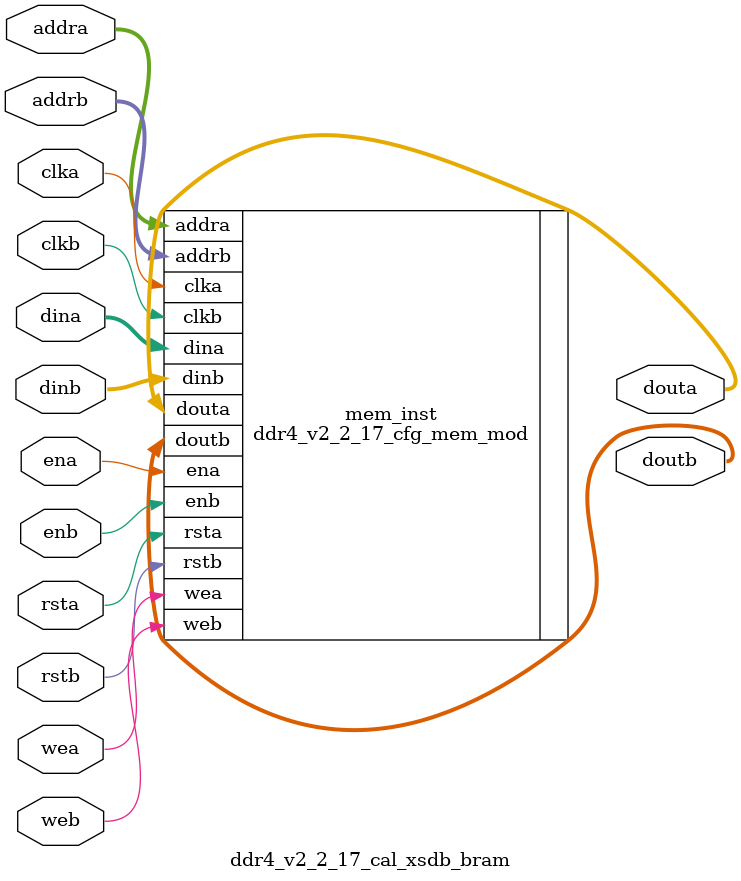
<source format=sv>
/******************************************************************************
// (c) Copyright 2013 - 2014 Xilinx, Inc. All rights reserved.
//
// This file contains confidential and proprietary information
// of Xilinx, Inc. and is protected under U.S. and
// international copyright and other intellectual property
// laws.
//
// DISCLAIMER
// This disclaimer is not a license and does not grant any
// rights to the materials distributed herewith. Except as
// otherwise provided in a valid license issued to you by
// Xilinx, and to the maximum extent permitted by applicable
// law: (1) THESE MATERIALS ARE MADE AVAILABLE "AS IS" AND
// WITH ALL FAULTS, AND XILINX HEREBY DISCLAIMS ALL WARRANTIES
// AND CONDITIONS, EXPRESS, IMPLIED, OR STATUTORY, INCLUDING
// BUT NOT LIMITED TO WARRANTIES OF MERCHANTABILITY, NON-
// INFRINGEMENT, OR FITNESS FOR ANY PARTICULAR PURPOSE; and
// (2) Xilinx shall not be liable (whether in contract or tort,
// including negligence, or under any other theory of
// liability) for any loss or damage of any kind or nature
// related to, arising under or in connection with these
// materials, including for any direct, or any indirect,
// special, incidental, or consequential loss or damage
// (including loss of data, profits, goodwill, or any type of
// loss or damage suffered as a result of any action brought
// by a third party) even if such damage or loss was
// reasonably foreseeable or Xilinx had been advised of the
// possibility of the same.
//
// CRITICAL APPLICATIONS
// Xilinx products are not designed or intended to be fail-
// safe, or for use in any application requiring fail-safe
// performance, such as life-support or safety devices or
// systems, Class III medical devices, nuclear facilities,
// applications related to the deployment of airbags, or any
// other applications that could lead to death, personal
// injury, or severe property or environmental damage
// (individually and collectively, "Critical
// Applications"). Customer assumes the sole risk and
// liability of any use of Xilinx products in Critical
// Applications, subject only to applicable laws and
// regulations governing limitations on product liability.
//
// THIS COPYRIGHT NOTICE AND DISCLAIMER MUST BE RETAINED AS
// PART OF THIS FILE AT ALL TIMES.
******************************************************************************/
//   ____  ____
//  /   /\/   /
// /___/  \  /    Vendor             : Xilinx
// \   \   \/     Version            : 2.0
//  \   \         Application        : MIG
//  /   /         Filename           : ddr4_v2_2_17_cal_xsdb_bram.sv
// /___/   /\     Date Last Modified : $Date: 2015/04/23 $
// \   \  /  \    Date Created       : Tue May 13 2014
//  \___\/\___\
//
// Device           : UltraScale
// Design Name      : DDR4 SDRAM & DDR3 SDRAM
// Purpose          :
//                   ddr4_v2_2_17_cal_xsdb_bram module
// Reference        :
// Revision History :
//*****************************************************************************
`timescale 1ns / 1ps

(* bram_map="yes" *)

module ddr4_v2_2_17_cal_xsdb_bram
    #(	
    
		parameter       	  MEM                        	  =  "DDR4"
		,parameter       	  DBYTES                     	  =  8 //4
		,parameter            START_ADDRESS                   =  18
		,parameter  		  SPREAD_SHEET_VERSION            =  2
		,parameter            RTL_VERSION                     =  0
		,parameter            MEM_CODE                        =  0
		,parameter  		  MEMORY_TYPE                     =  (MEM == "DDR4") ? 2 : 1
		,parameter            MEMORY_CONFIGURATION            =  1
		,parameter            MEMORY_VOLTAGE                  =  1
        ,parameter            CLKFBOUT_MULT_PLL               =  4
        ,parameter            DIVCLK_DIVIDE_PLL               =  1
        ,parameter            CLKOUT0_DIVIDE_PLL              =  1
        ,parameter            CLKFBOUT_MULT_MMCM              =  4
        ,parameter            DIVCLK_DIVIDE_MMCM              =  1
        ,parameter            CLKOUT0_DIVIDE_MMCM             =  4
		,parameter  		  DQBITS	                      =  64
		,parameter			  NIBBLE                          =  DQBITS/4
		,parameter  		  BITS_PER_BYTE                   =  8 //DQBITS/DBYTES
		,parameter  		  SLOTS                   =  1
		,parameter  		  ABITS                           =  10
		,parameter  		  BABITS                          =  2
		,parameter       	  BGBITS              	          =  2
		,parameter       	  CKEBITS                  		  =  4
		,parameter       	  CSBITS             	          =  4
		,parameter       	  ODTBITS                    	  =  4
		,parameter       	  DRAM_WIDTH                 	  =  8      // # of DQ per DQS
		,parameter       	  RANKS                      	  =  4 // 1      //1, 2, 3, or 4
		,parameter            S_HEIGHT                        =  1
		,parameter       	  nCK_PER_CLK                	  =  1      // # of memory CKs per fabric CLK
        ,parameter            tCK                             =  2000		
		,parameter       	  DM_DBI_SETTING             	  =  7     //// 3bits requried all 7
		,parameter            BISC_EN                         =  0
		,parameter       	  USE_CS_PORT             	      =  1     //// 1 bit
		,parameter            EXTRA_CMD_DELAY                 =  0     //// 1 bit
		,parameter            REG_CTRL_ON                     =  0     // RDIMM register control
		,parameter            CA_MIRROR                       =  0     //// 1 bit
		,parameter       	  DQS_GATE                   	  =  7
		,parameter       	  WRLVL                      	  =  7
		,parameter       	  RDLVL                      	  =  7
		,parameter       	  RDLVL_DBI                       =  7
		,parameter       	  WR_DQS_DQ                  	  =  7
		,parameter       	  WR_DQS_DM_DBI                   =  7
		,parameter            WRITE_LAT                       =  7
		,parameter       	  RDLVL_COMPLEX                   =  3     ///2 bits required all 3
		,parameter       	  WR_DQS_COMPLEX                  =  3     ///2 bits required all 3
		,parameter       	  DQS_TRACKING               	  =  3
		,parameter       	  RD_VREF                    	  =  3
		,parameter       	  RD_VREF_PATTERN                 =  3
		,parameter       	  WR_VREF                    	  =  3
		,parameter       	  WR_VREF_PATTERN                 =  3
		,parameter       	  DQS_SAMPLE_CNT             	  =  127
		,parameter       	  WRLVL_SAMPLE_CNT           	  =  255
		,parameter       	  RDLVL_SAMPLE_CNT           	  =  127
		,parameter       	  COMPLEX_LOOP_CNT           	  =  255
		,parameter       	  IODELAY_QTR_CK_TAP_CNT     	  =  255
		,parameter       	  DEBUG_MESSAGES     	          =  0
		,parameter         	  MR0                     		  =  13'b0000000110000
		,parameter         	  MR1                     		  =  13'b0000100000001 //RTT_NOM=RZQ/4 (60 Ohm)
		,parameter         	  MR2                     		  =  13'b0000000011000
		,parameter         	  MR3                     		  =  13'b0000000000000
		,parameter         	  MR4                     		  =  13'b0000000000000
		,parameter         	  MR5                     		  =  13'b0010000000000
		,parameter         	  MR6                     		  =  13'b0100000000000
		,parameter            ODTWR                           = 16'h0000
		,parameter            ODTRD                           = 16'h0000
		,parameter            SLOT0_CONFIG                    = 0     // all 9 bits
		,parameter            SLOT1_CONFIG                    = 0     // all 9 bits
		,parameter            SLOT0_FUNC_CS                   = 0     // all 9 bits
		,parameter            SLOT1_FUNC_CS                   = 0     // all 9 bits
		,parameter            SLOT0_ODD_CS                    = 0     // all 9 bits
		,parameter            SLOT1_ODD_CS                    = 0     // all 9 bits
		,parameter            DDR4_REG_RC03                   = 0     // all 9 bits
		,parameter            DDR4_REG_RC04                   = 0     // all 9 bits
		,parameter            DDR4_REG_RC05                   = 0     // all 9 bits
		,parameter            DDR4_REG_RC3X                   = 0     // all 9 bits
		
		,parameter         	  MR0_0                   		  =  MR0[8:0]
		,parameter         	  MR0_1                   		  =  {5'b0,MR0[12:9]}
		,parameter         	  MR1_0                   		  =  MR1[8:0]
		,parameter         	  MR1_1                   		  =  {5'b0,MR1[12:9]}
		,parameter         	  MR2_0                   	 	  =  MR2[8:0]
		,parameter         	  MR2_1                   		  =  {5'b0,MR2[12:9]}
		,parameter         	  MR3_0                   		  =  MR3[8:0]
		,parameter         	  MR3_1                   		  =  {5'b0,MR3[12:9]}
		,parameter         	  MR4_0                   		  =  MR4[8:0]
		,parameter         	  MR4_1                   		  =  {5'b0,MR4[12:9]}
		,parameter         	  MR5_0                   		  =  MR5[8:0]
		,parameter         	  MR5_1                   		  =  {5'b0,MR5[12:9]}
		,parameter         	  MR6_0                   		  =  MR6[8:0]
		,parameter         	  MR6_1                   		  =  {5'b0,MR6[12:9]}
  
       ,parameter NUM_BRAMS    = 1
	   ,parameter SIZE         = 36 * 1024 * NUM_BRAMS
    // Specify INITs as 9 bit blocks (256 locations per blockRAM)
       ,parameter ADDR_WIDTH   = 16
	   ,parameter DATA_WIDTH   = 9
       ,parameter PIPELINE_REG = 1 
    )
  (
	
		clka,
		clkb,
		ena,
		enb,
		addra,
		addrb,
		dina,
		dinb,
		douta,
		doutb,
		wea,
		web,
		rsta,
		rstb
);
input clka;
input clkb;
input ena;
input enb;
input [ADDR_WIDTH-1:0]addra;
input [ADDR_WIDTH-1:0]addrb;
input [DATA_WIDTH-1:0]dina;
input [DATA_WIDTH-1:0]dinb;
input wea;
input web;
input rsta;
input rstb;
output reg [DATA_WIDTH-1:0]douta;
output reg [DATA_WIDTH-1:0]doutb;


// Initial values to the BlockRam 0
localparam [8:0] mem0_init_0 = {4'b0,START_ADDRESS[4:0]};
localparam [8:0] mem0_init_1 = 9'b0;
localparam [8:0] mem0_init_2 = 9'b0;
localparam [8:0] mem0_init_3 = {5'b0,SPREAD_SHEET_VERSION[3:0]};
localparam [8:0] mem0_init_4 = {6'b0,MEMORY_TYPE[2:0]};
localparam [8:0] mem0_init_5 = RANKS;
localparam [8:0] mem0_init_6 = DBYTES[8:0]; // MAN - repeats DBYTES parameter (may hardwire to BYTES for initial SW compatability)
localparam [8:0] mem0_init_7 = NIBBLE[8:0];
localparam [8:0] mem0_init_8 = BITS_PER_BYTE[8:0];
localparam [8:0] mem0_init_9 = 9'b1;
localparam [8:0] mem0_init_10 = 9'b1;
localparam [8:0] mem0_init_11 = 9'b1;
localparam [8:0] mem0_init_12 = SLOTS;
localparam [8:0] mem0_init_13 = 9'b0;
localparam [8:0] mem0_init_14 = 9'b0;
localparam [8:0] mem0_init_15 = 9'b0;
localparam [8:0] mem0_init_16 = 9'b0;
localparam [8:0] mem0_init_17 = 9'b0;
localparam [8:0] mem0_init_18 = RTL_VERSION[8:0];
localparam [8:0] mem0_init_19 = 9'b0;
localparam [8:0] mem0_init_20 = NUM_BRAMS[8:0];
localparam [8:0] mem0_init_21 = {BGBITS[1:0],BABITS[1:0],ABITS[4:0]};
localparam [8:0] mem0_init_22 = {ODTBITS[2:0],CSBITS[2:0],CKEBITS[2:0]};
localparam [8:0] mem0_init_23 = DBYTES[8:0];
localparam [8:0] mem0_init_24 = DRAM_WIDTH[8:0];
localparam [8:0] mem0_init_25 = {CA_MIRROR[0],REG_CTRL_ON[0],EXTRA_CMD_DELAY[0],USE_CS_PORT[0],BISC_EN[0],DM_DBI_SETTING[2:0],nCK_PER_CLK[0]};
localparam [8:0] mem0_init_26 = {RDLVL[2:0],WRLVL[2:0],DQS_GATE[2:0]};
localparam [8:0] mem0_init_27 = {WR_DQS_DM_DBI[2:0],WR_DQS_DQ[2:0],RDLVL_DBI[2:0]};
localparam [8:0] mem0_init_28 = {WR_DQS_COMPLEX[2:0],RDLVL_COMPLEX[2:0],WRITE_LAT[2:0]};
localparam [8:0] mem0_init_29 = {DEBUG_MESSAGES[0],RD_VREF_PATTERN[1:0],WR_VREF_PATTERN[1:0],RD_VREF[1:0],WR_VREF[1:0]};
localparam [8:0] mem0_init_30 = {7'b0,DQS_TRACKING[1:0]};
localparam [8:0] mem0_init_31 = DQS_SAMPLE_CNT[8:0];
localparam [8:0] mem0_init_32 = WRLVL_SAMPLE_CNT[8:0];
localparam [8:0] mem0_init_33 = RDLVL_SAMPLE_CNT[8:0];
localparam [8:0] mem0_init_34 = COMPLEX_LOOP_CNT[8:0];
localparam [8:0] mem0_init_35 = IODELAY_QTR_CK_TAP_CNT[8:0];
localparam [8:0] mem0_init_36 = {5'b0,S_HEIGHT[3:0]};
localparam [8:0] mem0_init_37 = 9'b0;
localparam [8:0] mem0_init_38 = 9'b0;
localparam [8:0] mem0_init_39 = 9'b0;
localparam [8:0] mem0_init_40 = {1'b0, ODTWR[7:0]};
localparam [8:0] mem0_init_41 = {1'b0, ODTWR[15:8]};
localparam [8:0] mem0_init_42 = {1'b0, ODTRD[7:0]};
localparam [8:0] mem0_init_43 = {1'b0, ODTRD[15:8]};
localparam [8:0] mem0_init_44 = SLOT0_CONFIG;
localparam [8:0] mem0_init_45 = SLOT1_CONFIG;
localparam [8:0] mem0_init_46 = SLOT0_FUNC_CS;
localparam [8:0] mem0_init_47 = SLOT1_FUNC_CS;
localparam [8:0] mem0_init_48 = SLOT0_ODD_CS;
localparam [8:0] mem0_init_49 = SLOT1_ODD_CS;
localparam [8:0] mem0_init_50 = DDR4_REG_RC03;
localparam [8:0] mem0_init_51 = DDR4_REG_RC04;
localparam [8:0] mem0_init_52 = DDR4_REG_RC05;
localparam [8:0] mem0_init_53 = DDR4_REG_RC3X;
localparam [8:0] mem0_init_54 = MR0_0[8:0];
localparam [8:0] mem0_init_55 = MR0_1[8:0];
localparam [8:0] mem0_init_56 = MR1_0[8:0];
localparam [8:0] mem0_init_57 = MR1_1[8:0];
localparam [8:0] mem0_init_58 = MR2_0[8:0];
localparam [8:0] mem0_init_59 = MR2_1[8:0];
localparam [8:0] mem0_init_60 = MR3_0[8:0];
localparam [8:0] mem0_init_61 = MR3_1[8:0];
localparam [8:0] mem0_init_62 = MR4_0[8:0];
localparam [8:0] mem0_init_63 = MR4_1[8:0];
localparam [8:0] mem0_init_64 = MR5_0[8:0];
localparam [8:0] mem0_init_65 = MR5_1[8:0];
localparam [8:0] mem0_init_66 = MR6_0[8:0];
localparam [8:0] mem0_init_67 = MR6_1[8:0];
localparam [8:0] mem0_init_68 = 9'b0;
localparam [8:0] mem0_init_69 = tCK[8:0];
localparam [8:0] mem0_init_70 = tCK[16:9];
localparam [8:0] mem0_init_71 = MEMORY_CONFIGURATION[8:0];
localparam [8:0] mem0_init_72 = MEMORY_VOLTAGE[8:0];
localparam [8:0] mem0_init_73 = CLKFBOUT_MULT_PLL[8:0];
localparam [8:0] mem0_init_74 = DIVCLK_DIVIDE_PLL[8:0];
localparam [8:0] mem0_init_75 = CLKFBOUT_MULT_MMCM[8:0];
localparam [8:0] mem0_init_76 = DIVCLK_DIVIDE_MMCM[8:0];
localparam [8:0] mem0_init_77 = 9'b0;
localparam [8:0] mem0_init_78 = 9'b0;
localparam [8:0] mem0_init_79 = 9'b0;
localparam [8:0] mem0_init_80 = 9'b0;
localparam [8:0] mem0_init_81 = 9'b0;
localparam [8:0] mem0_init_82 = 9'b0;
localparam [8:0] mem0_init_83 = 9'b0;
localparam [8:0] mem0_init_84 = 9'b0;
localparam [8:0] mem0_init_85 = 9'b0;
localparam [8:0] mem0_init_86 = 9'b0;
localparam [8:0] mem0_init_87 = 9'b0;
localparam [8:0] mem0_init_88 = 9'b0;
localparam [8:0] mem0_init_89 = 9'b0;
localparam [8:0] mem0_init_90 = 9'b0;
localparam [8:0] mem0_init_91 = 9'b0;
localparam [8:0] mem0_init_92 = 9'b0;
localparam [8:0] mem0_init_93 = 9'b0;
localparam [8:0] mem0_init_94 = 9'b0;
localparam [8:0] mem0_init_95 = 9'b0;
localparam [8:0] mem0_init_96 = 9'b0;
localparam [8:0] mem0_init_97 = 9'b0;
localparam [8:0] mem0_init_98 = 9'b0;
localparam [8:0] mem0_init_99 = 9'b0;
localparam [8:0] mem0_init_100 = 9'b0;
localparam [8:0] mem0_init_101 = 9'b0;
localparam [8:0] mem0_init_102 = 9'b0;
localparam [8:0] mem0_init_103 = 9'b0;
localparam [8:0] mem0_init_104 = 9'b0;
localparam [8:0] mem0_init_105 = 9'b0;
localparam [8:0] mem0_init_106 = 9'b0;
localparam [8:0] mem0_init_107 = 9'b0;
localparam [8:0] mem0_init_108 = 9'b0;
localparam [8:0] mem0_init_109 = 9'b0;
localparam [8:0] mem0_init_110 = 9'b0;
localparam [8:0] mem0_init_111 = 9'b0;
localparam [8:0] mem0_init_112 = 9'b0;
localparam [8:0] mem0_init_113 = 9'b0;
localparam [8:0] mem0_init_114 = 9'b0;
localparam [8:0] mem0_init_115 = 9'b0;
localparam [8:0] mem0_init_116 = 9'b0;
localparam [8:0] mem0_init_117 = 9'b0;
localparam [8:0] mem0_init_118 = 9'b0;
localparam [8:0] mem0_init_119 = 9'b0;
localparam [8:0] mem0_init_120 = 9'b0;
localparam [8:0] mem0_init_121 = 9'b0;
localparam [8:0] mem0_init_122 = 9'b0;
localparam [8:0] mem0_init_123 = 9'b0;
localparam [8:0] mem0_init_124 = 9'b0;
localparam [8:0] mem0_init_125 = 9'b0;
localparam [8:0] mem0_init_126 = 9'b0;
localparam [8:0] mem0_init_127 = 9'b0;
localparam [8:0] mem0_init_128 = 9'b0;
localparam [8:0] mem0_init_129 = 9'b0;
localparam [8:0] mem0_init_130 = 9'b0;
localparam [8:0] mem0_init_131 = 9'b0;
localparam [8:0] mem0_init_132 = 9'b0;
localparam [8:0] mem0_init_133 = 9'b0;
localparam [8:0] mem0_init_134 = 9'b0;
localparam [8:0] mem0_init_135 = 9'b0;
localparam [8:0] mem0_init_136 = 9'b0;
localparam [8:0] mem0_init_137 = 9'b0;
localparam [8:0] mem0_init_138 = 9'b0;
localparam [8:0] mem0_init_139 = 9'b0;
localparam [8:0] mem0_init_140 = 9'b0;
localparam [8:0] mem0_init_141 = 9'b0;
localparam [8:0] mem0_init_142 = 9'b0;
localparam [8:0] mem0_init_143 = 9'b0;
localparam [8:0] mem0_init_144 = 9'b0;
localparam [8:0] mem0_init_145 = 9'b0;
localparam [8:0] mem0_init_146 = 9'b0;
localparam [8:0] mem0_init_147 = 9'b0;
localparam [8:0] mem0_init_148 = 9'b0;
localparam [8:0] mem0_init_149 = 9'b0;
localparam [8:0] mem0_init_150 = 9'b0;
localparam [8:0] mem0_init_151 = 9'b0;
localparam [8:0] mem0_init_152 = 9'b0;
localparam [8:0] mem0_init_153 = 9'b0;
localparam [8:0] mem0_init_154 = 9'b0;
localparam [8:0] mem0_init_155 = 9'b0;
localparam [8:0] mem0_init_156 = 9'b0;
localparam [8:0] mem0_init_157 = 9'b0;
localparam [8:0] mem0_init_158 = 9'b0;
localparam [8:0] mem0_init_159 = 9'b0;
localparam [8:0] mem0_init_160 = 9'b0;
localparam [8:0] mem0_init_161 = 9'b0;
localparam [8:0] mem0_init_162 = 9'b0;
localparam [8:0] mem0_init_163 = 9'b0;
localparam [8:0] mem0_init_164 = 9'b0;
localparam [8:0] mem0_init_165 = 9'b0;
localparam [8:0] mem0_init_166 = 9'b0;
localparam [8:0] mem0_init_167 = 9'b0;
localparam [8:0] mem0_init_168 = 9'b0;
localparam [8:0] mem0_init_169 = 9'b0;
localparam [8:0] mem0_init_170 = 9'b0;
localparam [8:0] mem0_init_171 = 9'b0;
localparam [8:0] mem0_init_172 = 9'b0;
localparam [8:0] mem0_init_173 = 9'b0;
localparam [8:0] mem0_init_174 = 9'b0;
localparam [8:0] mem0_init_175 = 9'b0;
localparam [8:0] mem0_init_176 = 9'b0;
localparam [8:0] mem0_init_177 = 9'b0;
localparam [8:0] mem0_init_178 = 9'b0;
localparam [8:0] mem0_init_179 = 9'b0;
localparam [8:0] mem0_init_180 = 9'b0;
localparam [8:0] mem0_init_181 = 9'b0;
localparam [8:0] mem0_init_182 = 9'b0;
localparam [8:0] mem0_init_183 = 9'b0;
localparam [8:0] mem0_init_184 = 9'b0;
localparam [8:0] mem0_init_185 = 9'b0;
localparam [8:0] mem0_init_186 = 9'b0;
localparam [8:0] mem0_init_187 = 9'b0;
localparam [8:0] mem0_init_188 = 9'b0;
localparam [8:0] mem0_init_189 = 9'b0;
localparam [8:0] mem0_init_190 = 9'b0;
localparam [8:0] mem0_init_191 = 9'b0;
localparam [8:0] mem0_init_192 = 9'b0;
localparam [8:0] mem0_init_193 = 9'b0;
localparam [8:0] mem0_init_194 = 9'b0;
localparam [8:0] mem0_init_195 = 9'b0;
localparam [8:0] mem0_init_196 = 9'b0;
localparam [8:0] mem0_init_197 = 9'b0;
localparam [8:0] mem0_init_198 = 9'b0;
localparam [8:0] mem0_init_199 = 9'b0;
localparam [8:0] mem0_init_200 = 9'b0;
localparam [8:0] mem0_init_201 = 9'b0;
localparam [8:0] mem0_init_202 = 9'b0;
localparam [8:0] mem0_init_203 = 9'b0;
localparam [8:0] mem0_init_204 = 9'b0;
localparam [8:0] mem0_init_205 = 9'b0;
localparam [8:0] mem0_init_206 = 9'b0;
localparam [8:0] mem0_init_207 = 9'b0;
localparam [8:0] mem0_init_208 = 9'b0;
localparam [8:0] mem0_init_209 = 9'b0;
localparam [8:0] mem0_init_210 = 9'b0;
localparam [8:0] mem0_init_211 = 9'b0;
localparam [8:0] mem0_init_212 = 9'b0;
localparam [8:0] mem0_init_213 = 9'b0;
localparam [8:0] mem0_init_214 = 9'b0;
localparam [8:0] mem0_init_215 = 9'b0;
localparam [8:0] mem0_init_216 = 9'b0;
localparam [8:0] mem0_init_217 = 9'b0;
localparam [8:0] mem0_init_218 = 9'b0;
localparam [8:0] mem0_init_219 = 9'b0;
localparam [8:0] mem0_init_220 = 9'b0;
localparam [8:0] mem0_init_221 = 9'b0;
localparam [8:0] mem0_init_222 = 9'b0;
localparam [8:0] mem0_init_223 = 9'b0;
localparam [8:0] mem0_init_224 = 9'b0;
localparam [8:0] mem0_init_225 = 9'b0;
localparam [8:0] mem0_init_226 = 9'b0;
localparam [8:0] mem0_init_227 = 9'b0;
localparam [8:0] mem0_init_228 = 9'b0;
localparam [8:0] mem0_init_229 = 9'b0;
localparam [8:0] mem0_init_230 = 9'b0;
localparam [8:0] mem0_init_231 = 9'b0;
localparam [8:0] mem0_init_232 = 9'b0;
localparam [8:0] mem0_init_233 = 9'b0;
localparam [8:0] mem0_init_234 = 9'b0;
localparam [8:0] mem0_init_235 = 9'b0;
localparam [8:0] mem0_init_236 = 9'b0;
localparam [8:0] mem0_init_237 = 9'b0;
localparam [8:0] mem0_init_238 = 9'b0;
localparam [8:0] mem0_init_239 = 9'b0;
localparam [8:0] mem0_init_240 = 9'b0;
localparam [8:0] mem0_init_241 = 9'b0;
localparam [8:0] mem0_init_242 = 9'b0;
localparam [8:0] mem0_init_243 = 9'b0;
localparam [8:0] mem0_init_244 = 9'b0;
localparam [8:0] mem0_init_245 = 9'b0;
localparam [8:0] mem0_init_246 = 9'b0;
localparam [8:0] mem0_init_247 = 9'b0;
localparam [8:0] mem0_init_248 = 9'b0;
localparam [8:0] mem0_init_249 = 9'b0;
localparam [8:0] mem0_init_250 = 9'b0;
localparam [8:0] mem0_init_251 = 9'b0;
localparam [8:0] mem0_init_252 = 9'b0;
localparam [8:0] mem0_init_253 = 9'b0;
localparam [8:0] mem0_init_254 = 9'b0;
localparam [8:0] mem0_init_255 = 9'b0;

localparam [256*9-1:0] INIT_BRAM0 = {mem0_init_255,mem0_init_254,mem0_init_253,mem0_init_252,mem0_init_251,mem0_init_250,mem0_init_249,mem0_init_248,mem0_init_247,mem0_init_246,mem0_init_245,mem0_init_244,mem0_init_243,mem0_init_242,mem0_init_241,mem0_init_240,mem0_init_239,mem0_init_238,mem0_init_237,mem0_init_236,mem0_init_235,mem0_init_234,mem0_init_233,mem0_init_232,mem0_init_231,mem0_init_230,mem0_init_229,mem0_init_228,mem0_init_227,mem0_init_226,mem0_init_225,mem0_init_224,mem0_init_223,mem0_init_222,mem0_init_221,mem0_init_220,mem0_init_219,mem0_init_218,mem0_init_217,mem0_init_216,mem0_init_215,mem0_init_214,mem0_init_213,mem0_init_212,mem0_init_211,mem0_init_210,mem0_init_209,mem0_init_208,mem0_init_207,mem0_init_206,mem0_init_205,mem0_init_204,mem0_init_203,mem0_init_202,mem0_init_201,mem0_init_200,mem0_init_199,mem0_init_198,mem0_init_197,mem0_init_196,mem0_init_195,mem0_init_194,mem0_init_193,mem0_init_192,mem0_init_191,mem0_init_190,mem0_init_189,mem0_init_188,mem0_init_187,mem0_init_186,mem0_init_185,mem0_init_184,mem0_init_183,mem0_init_182,mem0_init_181,mem0_init_180,mem0_init_179,mem0_init_178,mem0_init_177,mem0_init_176,mem0_init_175,mem0_init_174,mem0_init_173,mem0_init_172,mem0_init_171,mem0_init_170,mem0_init_169,mem0_init_168,mem0_init_167,mem0_init_166,mem0_init_165,mem0_init_164,mem0_init_163,mem0_init_162,mem0_init_161,mem0_init_160,mem0_init_159,mem0_init_158,mem0_init_157,mem0_init_156,mem0_init_155,mem0_init_154,mem0_init_153,mem0_init_152,mem0_init_151,mem0_init_150,mem0_init_149,mem0_init_148,mem0_init_147,mem0_init_146,mem0_init_145,mem0_init_144,mem0_init_143,mem0_init_142,mem0_init_141,mem0_init_140,mem0_init_139,mem0_init_138,mem0_init_137,mem0_init_136,mem0_init_135,mem0_init_134,mem0_init_133,mem0_init_132,mem0_init_131,mem0_init_130,mem0_init_129,mem0_init_128,mem0_init_127,mem0_init_126,mem0_init_125,mem0_init_124,mem0_init_123,mem0_init_122,mem0_init_121,mem0_init_120,mem0_init_119,mem0_init_118,mem0_init_117,mem0_init_116,mem0_init_115,mem0_init_114,mem0_init_113,mem0_init_112,mem0_init_111,mem0_init_110,mem0_init_109,mem0_init_108,mem0_init_107,mem0_init_106,mem0_init_105,mem0_init_104,mem0_init_103,mem0_init_102,mem0_init_101,mem0_init_100,mem0_init_99,mem0_init_98,mem0_init_97,mem0_init_96,mem0_init_95,mem0_init_94,mem0_init_93,mem0_init_92,mem0_init_91,mem0_init_90,mem0_init_89,mem0_init_88,mem0_init_87,mem0_init_86,mem0_init_85,mem0_init_84,mem0_init_83,mem0_init_82,mem0_init_81,mem0_init_80,mem0_init_79,mem0_init_78,mem0_init_77,mem0_init_76,mem0_init_75,mem0_init_74,mem0_init_73,mem0_init_72,mem0_init_71,mem0_init_70,mem0_init_69,mem0_init_68,mem0_init_67,mem0_init_66,mem0_init_65,mem0_init_64,mem0_init_63,mem0_init_62,mem0_init_61,mem0_init_60,mem0_init_59,mem0_init_58,mem0_init_57,mem0_init_56,mem0_init_55,mem0_init_54,mem0_init_53,mem0_init_52,mem0_init_51,mem0_init_50,mem0_init_49,mem0_init_48,mem0_init_47,mem0_init_46,mem0_init_45,mem0_init_44,mem0_init_43,mem0_init_42,mem0_init_41,mem0_init_40,mem0_init_39,mem0_init_38,mem0_init_37,mem0_init_36,mem0_init_35,mem0_init_34,mem0_init_33,mem0_init_32,mem0_init_31,mem0_init_30,mem0_init_29,mem0_init_28,mem0_init_27,mem0_init_26,mem0_init_25,mem0_init_24,mem0_init_23,mem0_init_22,mem0_init_21,mem0_init_20,mem0_init_19,mem0_init_18,mem0_init_17,mem0_init_16,mem0_init_15,mem0_init_14,mem0_init_13,mem0_init_12,mem0_init_11,mem0_init_10,mem0_init_9,mem0_init_8,mem0_init_7,mem0_init_6,mem0_init_5,mem0_init_4,mem0_init_3,mem0_init_2,mem0_init_1,mem0_init_0};

// Populate INIT's for rest of BlockRAMs if required
localparam [256*9*NUM_BRAMS-1:0] INIT = ( NUM_BRAMS == 1 ) ? INIT_BRAM0 : ( NUM_BRAMS == 2 ) ? {2304'b0 ,INIT_BRAM0} : {{2{2304'b0}} ,INIT_BRAM0};

ddr4_v2_2_17_cfg_mem_mod # (
               .SIZE(SIZE),
               .INIT(INIT),
               .ADDR_WIDTH(ADDR_WIDTH),
               .DATA_WIDTH(9),
               .PIPELINE_REG(PIPELINE_REG)
              )
     mem_inst (
                .clka(clka),
                .clkb(clkb),
                .ena(ena),
                .enb(enb),
                .addra(addra),
                .addrb(addrb),
                .dina(dina),
                .dinb(dinb),
                .wea(wea),
                .web(web),
                .rsta(rsta),
                .rstb(rstb),
                .douta(douta),
                .doutb(doutb)
               );

endmodule


</source>
